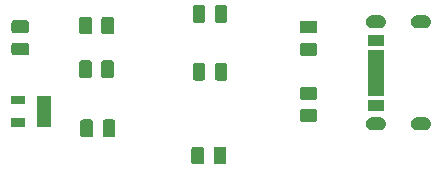
<source format=gbr>
G04 #@! TF.GenerationSoftware,KiCad,Pcbnew,(5.1.2-1)-1*
G04 #@! TF.CreationDate,2021-02-06T10:41:02+01:00*
G04 #@! TF.ProjectId,lir2450-charger,6c697232-3435-4302-9d63-686172676572,1.0.0*
G04 #@! TF.SameCoordinates,Original*
G04 #@! TF.FileFunction,Soldermask,Top*
G04 #@! TF.FilePolarity,Negative*
%FSLAX46Y46*%
G04 Gerber Fmt 4.6, Leading zero omitted, Abs format (unit mm)*
G04 Created by KiCad (PCBNEW (5.1.2-1)-1) date 2021-02-06 10:41:02*
%MOMM*%
%LPD*%
G04 APERTURE LIST*
%ADD10C,0.100000*%
G04 APERTURE END LIST*
D10*
G36*
X74371968Y-51253565D02*
G01*
X74410638Y-51265296D01*
X74446277Y-51284346D01*
X74477517Y-51309983D01*
X74503154Y-51341223D01*
X74522204Y-51376862D01*
X74533935Y-51415532D01*
X74538500Y-51461888D01*
X74538500Y-52538112D01*
X74533935Y-52584468D01*
X74522204Y-52623138D01*
X74503154Y-52658777D01*
X74477517Y-52690017D01*
X74446277Y-52715654D01*
X74410638Y-52734704D01*
X74371968Y-52746435D01*
X74325612Y-52751000D01*
X73674388Y-52751000D01*
X73628032Y-52746435D01*
X73589362Y-52734704D01*
X73553723Y-52715654D01*
X73522483Y-52690017D01*
X73496846Y-52658777D01*
X73477796Y-52623138D01*
X73466065Y-52584468D01*
X73461500Y-52538112D01*
X73461500Y-51461888D01*
X73466065Y-51415532D01*
X73477796Y-51376862D01*
X73496846Y-51341223D01*
X73522483Y-51309983D01*
X73553723Y-51284346D01*
X73589362Y-51265296D01*
X73628032Y-51253565D01*
X73674388Y-51249000D01*
X74325612Y-51249000D01*
X74371968Y-51253565D01*
X74371968Y-51253565D01*
G37*
G36*
X72496968Y-51253565D02*
G01*
X72535638Y-51265296D01*
X72571277Y-51284346D01*
X72602517Y-51309983D01*
X72628154Y-51341223D01*
X72647204Y-51376862D01*
X72658935Y-51415532D01*
X72663500Y-51461888D01*
X72663500Y-52538112D01*
X72658935Y-52584468D01*
X72647204Y-52623138D01*
X72628154Y-52658777D01*
X72602517Y-52690017D01*
X72571277Y-52715654D01*
X72535638Y-52734704D01*
X72496968Y-52746435D01*
X72450612Y-52751000D01*
X71799388Y-52751000D01*
X71753032Y-52746435D01*
X71714362Y-52734704D01*
X71678723Y-52715654D01*
X71647483Y-52690017D01*
X71621846Y-52658777D01*
X71602796Y-52623138D01*
X71591065Y-52584468D01*
X71586500Y-52538112D01*
X71586500Y-51461888D01*
X71591065Y-51415532D01*
X71602796Y-51376862D01*
X71621846Y-51341223D01*
X71647483Y-51309983D01*
X71678723Y-51284346D01*
X71714362Y-51265296D01*
X71753032Y-51253565D01*
X71799388Y-51249000D01*
X72450612Y-51249000D01*
X72496968Y-51253565D01*
X72496968Y-51253565D01*
G37*
G36*
X64971968Y-48953565D02*
G01*
X65010638Y-48965296D01*
X65046277Y-48984346D01*
X65077517Y-49009983D01*
X65103154Y-49041223D01*
X65122204Y-49076862D01*
X65133935Y-49115532D01*
X65138500Y-49161888D01*
X65138500Y-50238112D01*
X65133935Y-50284468D01*
X65122204Y-50323138D01*
X65103154Y-50358777D01*
X65077517Y-50390017D01*
X65046277Y-50415654D01*
X65010638Y-50434704D01*
X64971968Y-50446435D01*
X64925612Y-50451000D01*
X64274388Y-50451000D01*
X64228032Y-50446435D01*
X64189362Y-50434704D01*
X64153723Y-50415654D01*
X64122483Y-50390017D01*
X64096846Y-50358777D01*
X64077796Y-50323138D01*
X64066065Y-50284468D01*
X64061500Y-50238112D01*
X64061500Y-49161888D01*
X64066065Y-49115532D01*
X64077796Y-49076862D01*
X64096846Y-49041223D01*
X64122483Y-49009983D01*
X64153723Y-48984346D01*
X64189362Y-48965296D01*
X64228032Y-48953565D01*
X64274388Y-48949000D01*
X64925612Y-48949000D01*
X64971968Y-48953565D01*
X64971968Y-48953565D01*
G37*
G36*
X63096968Y-48953565D02*
G01*
X63135638Y-48965296D01*
X63171277Y-48984346D01*
X63202517Y-49009983D01*
X63228154Y-49041223D01*
X63247204Y-49076862D01*
X63258935Y-49115532D01*
X63263500Y-49161888D01*
X63263500Y-50238112D01*
X63258935Y-50284468D01*
X63247204Y-50323138D01*
X63228154Y-50358777D01*
X63202517Y-50390017D01*
X63171277Y-50415654D01*
X63135638Y-50434704D01*
X63096968Y-50446435D01*
X63050612Y-50451000D01*
X62399388Y-50451000D01*
X62353032Y-50446435D01*
X62314362Y-50434704D01*
X62278723Y-50415654D01*
X62247483Y-50390017D01*
X62221846Y-50358777D01*
X62202796Y-50323138D01*
X62191065Y-50284468D01*
X62186500Y-50238112D01*
X62186500Y-49161888D01*
X62191065Y-49115532D01*
X62202796Y-49076862D01*
X62221846Y-49041223D01*
X62247483Y-49009983D01*
X62278723Y-48984346D01*
X62314362Y-48965296D01*
X62353032Y-48953565D01*
X62399388Y-48949000D01*
X63050612Y-48949000D01*
X63096968Y-48953565D01*
X63096968Y-48953565D01*
G37*
G36*
X87607495Y-48779586D02*
G01*
X87710859Y-48810941D01*
X87806119Y-48861859D01*
X87889616Y-48930383D01*
X87958140Y-49013880D01*
X88009058Y-49109140D01*
X88040413Y-49212504D01*
X88051000Y-49319999D01*
X88051000Y-49320001D01*
X88040413Y-49427496D01*
X88009058Y-49530860D01*
X87958140Y-49626120D01*
X87889616Y-49709617D01*
X87806119Y-49778141D01*
X87710859Y-49829059D01*
X87607495Y-49860414D01*
X87500000Y-49871001D01*
X86900000Y-49871001D01*
X86792505Y-49860414D01*
X86689141Y-49829059D01*
X86593881Y-49778141D01*
X86510384Y-49709617D01*
X86441860Y-49626120D01*
X86390942Y-49530860D01*
X86359587Y-49427496D01*
X86349000Y-49320001D01*
X86349000Y-49319999D01*
X86359587Y-49212504D01*
X86390942Y-49109140D01*
X86441860Y-49013880D01*
X86510384Y-48930383D01*
X86593881Y-48861859D01*
X86689141Y-48810941D01*
X86792505Y-48779586D01*
X86900000Y-48768999D01*
X87500000Y-48768999D01*
X87607495Y-48779586D01*
X87607495Y-48779586D01*
G37*
G36*
X91407495Y-48779586D02*
G01*
X91510859Y-48810941D01*
X91606119Y-48861859D01*
X91689616Y-48930383D01*
X91758140Y-49013880D01*
X91809058Y-49109140D01*
X91840413Y-49212504D01*
X91851000Y-49319999D01*
X91851000Y-49320001D01*
X91840413Y-49427496D01*
X91809058Y-49530860D01*
X91758140Y-49626120D01*
X91689616Y-49709617D01*
X91606119Y-49778141D01*
X91510859Y-49829059D01*
X91407495Y-49860414D01*
X91300000Y-49871001D01*
X90700000Y-49871001D01*
X90592505Y-49860414D01*
X90489141Y-49829059D01*
X90393881Y-49778141D01*
X90310384Y-49709617D01*
X90241860Y-49626120D01*
X90190942Y-49530860D01*
X90159587Y-49427496D01*
X90149000Y-49320001D01*
X90149000Y-49319999D01*
X90159587Y-49212504D01*
X90190942Y-49109140D01*
X90241860Y-49013880D01*
X90310384Y-48930383D01*
X90393881Y-48861859D01*
X90489141Y-48810941D01*
X90592505Y-48779586D01*
X90700000Y-48768999D01*
X91300000Y-48768999D01*
X91407495Y-48779586D01*
X91407495Y-48779586D01*
G37*
G36*
X59681000Y-49576000D02*
G01*
X58519000Y-49576000D01*
X58519000Y-46924000D01*
X59681000Y-46924000D01*
X59681000Y-49576000D01*
X59681000Y-49576000D01*
G37*
G36*
X57481000Y-49576000D02*
G01*
X56319000Y-49576000D01*
X56319000Y-48824000D01*
X57481000Y-48824000D01*
X57481000Y-49576000D01*
X57481000Y-49576000D01*
G37*
G36*
X82084468Y-48066065D02*
G01*
X82123138Y-48077796D01*
X82158777Y-48096846D01*
X82190017Y-48122483D01*
X82215654Y-48153723D01*
X82234704Y-48189362D01*
X82246435Y-48228032D01*
X82251000Y-48274388D01*
X82251000Y-48925612D01*
X82246435Y-48971968D01*
X82234704Y-49010638D01*
X82215654Y-49046277D01*
X82190017Y-49077517D01*
X82158777Y-49103154D01*
X82123138Y-49122204D01*
X82084468Y-49133935D01*
X82038112Y-49138500D01*
X80961888Y-49138500D01*
X80915532Y-49133935D01*
X80876862Y-49122204D01*
X80841223Y-49103154D01*
X80809983Y-49077517D01*
X80784346Y-49046277D01*
X80765296Y-49010638D01*
X80753565Y-48971968D01*
X80749000Y-48925612D01*
X80749000Y-48274388D01*
X80753565Y-48228032D01*
X80765296Y-48189362D01*
X80784346Y-48153723D01*
X80809983Y-48122483D01*
X80841223Y-48096846D01*
X80876862Y-48077796D01*
X80915532Y-48066065D01*
X80961888Y-48061500D01*
X82038112Y-48061500D01*
X82084468Y-48066065D01*
X82084468Y-48066065D01*
G37*
G36*
X87851000Y-48201000D02*
G01*
X86549000Y-48201000D01*
X86549000Y-47299000D01*
X87851000Y-47299000D01*
X87851000Y-48201000D01*
X87851000Y-48201000D01*
G37*
G36*
X57481000Y-47676000D02*
G01*
X56319000Y-47676000D01*
X56319000Y-46924000D01*
X57481000Y-46924000D01*
X57481000Y-47676000D01*
X57481000Y-47676000D01*
G37*
G36*
X82084468Y-46191065D02*
G01*
X82123138Y-46202796D01*
X82158777Y-46221846D01*
X82190017Y-46247483D01*
X82215654Y-46278723D01*
X82234704Y-46314362D01*
X82246435Y-46353032D01*
X82251000Y-46399388D01*
X82251000Y-47050612D01*
X82246435Y-47096968D01*
X82234704Y-47135638D01*
X82215654Y-47171277D01*
X82190017Y-47202517D01*
X82158777Y-47228154D01*
X82123138Y-47247204D01*
X82084468Y-47258935D01*
X82038112Y-47263500D01*
X80961888Y-47263500D01*
X80915532Y-47258935D01*
X80876862Y-47247204D01*
X80841223Y-47228154D01*
X80809983Y-47202517D01*
X80784346Y-47171277D01*
X80765296Y-47135638D01*
X80753565Y-47096968D01*
X80749000Y-47050612D01*
X80749000Y-46399388D01*
X80753565Y-46353032D01*
X80765296Y-46314362D01*
X80784346Y-46278723D01*
X80809983Y-46247483D01*
X80841223Y-46221846D01*
X80876862Y-46202796D01*
X80915532Y-46191065D01*
X80961888Y-46186500D01*
X82038112Y-46186500D01*
X82084468Y-46191065D01*
X82084468Y-46191065D01*
G37*
G36*
X87851000Y-46971000D02*
G01*
X86549000Y-46971000D01*
X86549000Y-43029000D01*
X87851000Y-43029000D01*
X87851000Y-46971000D01*
X87851000Y-46971000D01*
G37*
G36*
X72596968Y-44153565D02*
G01*
X72635638Y-44165296D01*
X72671277Y-44184346D01*
X72702517Y-44209983D01*
X72728154Y-44241223D01*
X72747204Y-44276862D01*
X72758935Y-44315532D01*
X72763500Y-44361888D01*
X72763500Y-45438112D01*
X72758935Y-45484468D01*
X72747204Y-45523138D01*
X72728154Y-45558777D01*
X72702517Y-45590017D01*
X72671277Y-45615654D01*
X72635638Y-45634704D01*
X72596968Y-45646435D01*
X72550612Y-45651000D01*
X71899388Y-45651000D01*
X71853032Y-45646435D01*
X71814362Y-45634704D01*
X71778723Y-45615654D01*
X71747483Y-45590017D01*
X71721846Y-45558777D01*
X71702796Y-45523138D01*
X71691065Y-45484468D01*
X71686500Y-45438112D01*
X71686500Y-44361888D01*
X71691065Y-44315532D01*
X71702796Y-44276862D01*
X71721846Y-44241223D01*
X71747483Y-44209983D01*
X71778723Y-44184346D01*
X71814362Y-44165296D01*
X71853032Y-44153565D01*
X71899388Y-44149000D01*
X72550612Y-44149000D01*
X72596968Y-44153565D01*
X72596968Y-44153565D01*
G37*
G36*
X74471968Y-44153565D02*
G01*
X74510638Y-44165296D01*
X74546277Y-44184346D01*
X74577517Y-44209983D01*
X74603154Y-44241223D01*
X74622204Y-44276862D01*
X74633935Y-44315532D01*
X74638500Y-44361888D01*
X74638500Y-45438112D01*
X74633935Y-45484468D01*
X74622204Y-45523138D01*
X74603154Y-45558777D01*
X74577517Y-45590017D01*
X74546277Y-45615654D01*
X74510638Y-45634704D01*
X74471968Y-45646435D01*
X74425612Y-45651000D01*
X73774388Y-45651000D01*
X73728032Y-45646435D01*
X73689362Y-45634704D01*
X73653723Y-45615654D01*
X73622483Y-45590017D01*
X73596846Y-45558777D01*
X73577796Y-45523138D01*
X73566065Y-45484468D01*
X73561500Y-45438112D01*
X73561500Y-44361888D01*
X73566065Y-44315532D01*
X73577796Y-44276862D01*
X73596846Y-44241223D01*
X73622483Y-44209983D01*
X73653723Y-44184346D01*
X73689362Y-44165296D01*
X73728032Y-44153565D01*
X73774388Y-44149000D01*
X74425612Y-44149000D01*
X74471968Y-44153565D01*
X74471968Y-44153565D01*
G37*
G36*
X64871968Y-43953565D02*
G01*
X64910638Y-43965296D01*
X64946277Y-43984346D01*
X64977517Y-44009983D01*
X65003154Y-44041223D01*
X65022204Y-44076862D01*
X65033935Y-44115532D01*
X65038500Y-44161888D01*
X65038500Y-45238112D01*
X65033935Y-45284468D01*
X65022204Y-45323138D01*
X65003154Y-45358777D01*
X64977517Y-45390017D01*
X64946277Y-45415654D01*
X64910638Y-45434704D01*
X64871968Y-45446435D01*
X64825612Y-45451000D01*
X64174388Y-45451000D01*
X64128032Y-45446435D01*
X64089362Y-45434704D01*
X64053723Y-45415654D01*
X64022483Y-45390017D01*
X63996846Y-45358777D01*
X63977796Y-45323138D01*
X63966065Y-45284468D01*
X63961500Y-45238112D01*
X63961500Y-44161888D01*
X63966065Y-44115532D01*
X63977796Y-44076862D01*
X63996846Y-44041223D01*
X64022483Y-44009983D01*
X64053723Y-43984346D01*
X64089362Y-43965296D01*
X64128032Y-43953565D01*
X64174388Y-43949000D01*
X64825612Y-43949000D01*
X64871968Y-43953565D01*
X64871968Y-43953565D01*
G37*
G36*
X62996968Y-43953565D02*
G01*
X63035638Y-43965296D01*
X63071277Y-43984346D01*
X63102517Y-44009983D01*
X63128154Y-44041223D01*
X63147204Y-44076862D01*
X63158935Y-44115532D01*
X63163500Y-44161888D01*
X63163500Y-45238112D01*
X63158935Y-45284468D01*
X63147204Y-45323138D01*
X63128154Y-45358777D01*
X63102517Y-45390017D01*
X63071277Y-45415654D01*
X63035638Y-45434704D01*
X62996968Y-45446435D01*
X62950612Y-45451000D01*
X62299388Y-45451000D01*
X62253032Y-45446435D01*
X62214362Y-45434704D01*
X62178723Y-45415654D01*
X62147483Y-45390017D01*
X62121846Y-45358777D01*
X62102796Y-45323138D01*
X62091065Y-45284468D01*
X62086500Y-45238112D01*
X62086500Y-44161888D01*
X62091065Y-44115532D01*
X62102796Y-44076862D01*
X62121846Y-44041223D01*
X62147483Y-44009983D01*
X62178723Y-43984346D01*
X62214362Y-43965296D01*
X62253032Y-43953565D01*
X62299388Y-43949000D01*
X62950612Y-43949000D01*
X62996968Y-43953565D01*
X62996968Y-43953565D01*
G37*
G36*
X82084468Y-42466065D02*
G01*
X82123138Y-42477796D01*
X82158777Y-42496846D01*
X82190017Y-42522483D01*
X82215654Y-42553723D01*
X82234704Y-42589362D01*
X82246435Y-42628032D01*
X82251000Y-42674388D01*
X82251000Y-43325612D01*
X82246435Y-43371968D01*
X82234704Y-43410638D01*
X82215654Y-43446277D01*
X82190017Y-43477517D01*
X82158777Y-43503154D01*
X82123138Y-43522204D01*
X82084468Y-43533935D01*
X82038112Y-43538500D01*
X80961888Y-43538500D01*
X80915532Y-43533935D01*
X80876862Y-43522204D01*
X80841223Y-43503154D01*
X80809983Y-43477517D01*
X80784346Y-43446277D01*
X80765296Y-43410638D01*
X80753565Y-43371968D01*
X80749000Y-43325612D01*
X80749000Y-42674388D01*
X80753565Y-42628032D01*
X80765296Y-42589362D01*
X80784346Y-42553723D01*
X80809983Y-42522483D01*
X80841223Y-42496846D01*
X80876862Y-42477796D01*
X80915532Y-42466065D01*
X80961888Y-42461500D01*
X82038112Y-42461500D01*
X82084468Y-42466065D01*
X82084468Y-42466065D01*
G37*
G36*
X57684468Y-42441065D02*
G01*
X57723138Y-42452796D01*
X57758777Y-42471846D01*
X57790017Y-42497483D01*
X57815654Y-42528723D01*
X57834704Y-42564362D01*
X57846435Y-42603032D01*
X57851000Y-42649388D01*
X57851000Y-43300612D01*
X57846435Y-43346968D01*
X57834704Y-43385638D01*
X57815654Y-43421277D01*
X57790017Y-43452517D01*
X57758777Y-43478154D01*
X57723138Y-43497204D01*
X57684468Y-43508935D01*
X57638112Y-43513500D01*
X56561888Y-43513500D01*
X56515532Y-43508935D01*
X56476862Y-43497204D01*
X56441223Y-43478154D01*
X56409983Y-43452517D01*
X56384346Y-43421277D01*
X56365296Y-43385638D01*
X56353565Y-43346968D01*
X56349000Y-43300612D01*
X56349000Y-42649388D01*
X56353565Y-42603032D01*
X56365296Y-42564362D01*
X56384346Y-42528723D01*
X56409983Y-42497483D01*
X56441223Y-42471846D01*
X56476862Y-42452796D01*
X56515532Y-42441065D01*
X56561888Y-42436500D01*
X57638112Y-42436500D01*
X57684468Y-42441065D01*
X57684468Y-42441065D01*
G37*
G36*
X87851000Y-42701000D02*
G01*
X86549000Y-42701000D01*
X86549000Y-41799000D01*
X87851000Y-41799000D01*
X87851000Y-42701000D01*
X87851000Y-42701000D01*
G37*
G36*
X62996968Y-40253565D02*
G01*
X63035638Y-40265296D01*
X63071277Y-40284346D01*
X63102517Y-40309983D01*
X63128154Y-40341223D01*
X63147204Y-40376862D01*
X63158935Y-40415532D01*
X63163500Y-40461888D01*
X63163500Y-41538112D01*
X63158935Y-41584468D01*
X63147204Y-41623138D01*
X63128154Y-41658777D01*
X63102517Y-41690017D01*
X63071277Y-41715654D01*
X63035638Y-41734704D01*
X62996968Y-41746435D01*
X62950612Y-41751000D01*
X62299388Y-41751000D01*
X62253032Y-41746435D01*
X62214362Y-41734704D01*
X62178723Y-41715654D01*
X62147483Y-41690017D01*
X62121846Y-41658777D01*
X62102796Y-41623138D01*
X62091065Y-41584468D01*
X62086500Y-41538112D01*
X62086500Y-40461888D01*
X62091065Y-40415532D01*
X62102796Y-40376862D01*
X62121846Y-40341223D01*
X62147483Y-40309983D01*
X62178723Y-40284346D01*
X62214362Y-40265296D01*
X62253032Y-40253565D01*
X62299388Y-40249000D01*
X62950612Y-40249000D01*
X62996968Y-40253565D01*
X62996968Y-40253565D01*
G37*
G36*
X64871968Y-40253565D02*
G01*
X64910638Y-40265296D01*
X64946277Y-40284346D01*
X64977517Y-40309983D01*
X65003154Y-40341223D01*
X65022204Y-40376862D01*
X65033935Y-40415532D01*
X65038500Y-40461888D01*
X65038500Y-41538112D01*
X65033935Y-41584468D01*
X65022204Y-41623138D01*
X65003154Y-41658777D01*
X64977517Y-41690017D01*
X64946277Y-41715654D01*
X64910638Y-41734704D01*
X64871968Y-41746435D01*
X64825612Y-41751000D01*
X64174388Y-41751000D01*
X64128032Y-41746435D01*
X64089362Y-41734704D01*
X64053723Y-41715654D01*
X64022483Y-41690017D01*
X63996846Y-41658777D01*
X63977796Y-41623138D01*
X63966065Y-41584468D01*
X63961500Y-41538112D01*
X63961500Y-40461888D01*
X63966065Y-40415532D01*
X63977796Y-40376862D01*
X63996846Y-40341223D01*
X64022483Y-40309983D01*
X64053723Y-40284346D01*
X64089362Y-40265296D01*
X64128032Y-40253565D01*
X64174388Y-40249000D01*
X64825612Y-40249000D01*
X64871968Y-40253565D01*
X64871968Y-40253565D01*
G37*
G36*
X82084468Y-40591065D02*
G01*
X82123138Y-40602796D01*
X82158777Y-40621846D01*
X82190017Y-40647483D01*
X82215654Y-40678723D01*
X82234704Y-40714362D01*
X82246435Y-40753032D01*
X82251000Y-40799388D01*
X82251000Y-41450612D01*
X82246435Y-41496968D01*
X82234704Y-41535638D01*
X82215654Y-41571277D01*
X82190017Y-41602517D01*
X82158777Y-41628154D01*
X82123138Y-41647204D01*
X82084468Y-41658935D01*
X82038112Y-41663500D01*
X80961888Y-41663500D01*
X80915532Y-41658935D01*
X80876862Y-41647204D01*
X80841223Y-41628154D01*
X80809983Y-41602517D01*
X80784346Y-41571277D01*
X80765296Y-41535638D01*
X80753565Y-41496968D01*
X80749000Y-41450612D01*
X80749000Y-40799388D01*
X80753565Y-40753032D01*
X80765296Y-40714362D01*
X80784346Y-40678723D01*
X80809983Y-40647483D01*
X80841223Y-40621846D01*
X80876862Y-40602796D01*
X80915532Y-40591065D01*
X80961888Y-40586500D01*
X82038112Y-40586500D01*
X82084468Y-40591065D01*
X82084468Y-40591065D01*
G37*
G36*
X57684468Y-40566065D02*
G01*
X57723138Y-40577796D01*
X57758777Y-40596846D01*
X57790017Y-40622483D01*
X57815654Y-40653723D01*
X57834704Y-40689362D01*
X57846435Y-40728032D01*
X57851000Y-40774388D01*
X57851000Y-41425612D01*
X57846435Y-41471968D01*
X57834704Y-41510638D01*
X57815654Y-41546277D01*
X57790017Y-41577517D01*
X57758777Y-41603154D01*
X57723138Y-41622204D01*
X57684468Y-41633935D01*
X57638112Y-41638500D01*
X56561888Y-41638500D01*
X56515532Y-41633935D01*
X56476862Y-41622204D01*
X56441223Y-41603154D01*
X56409983Y-41577517D01*
X56384346Y-41546277D01*
X56365296Y-41510638D01*
X56353565Y-41471968D01*
X56349000Y-41425612D01*
X56349000Y-40774388D01*
X56353565Y-40728032D01*
X56365296Y-40689362D01*
X56384346Y-40653723D01*
X56409983Y-40622483D01*
X56441223Y-40596846D01*
X56476862Y-40577796D01*
X56515532Y-40566065D01*
X56561888Y-40561500D01*
X57638112Y-40561500D01*
X57684468Y-40566065D01*
X57684468Y-40566065D01*
G37*
G36*
X87607495Y-40139586D02*
G01*
X87710859Y-40170941D01*
X87806119Y-40221859D01*
X87889616Y-40290383D01*
X87958140Y-40373880D01*
X88009058Y-40469140D01*
X88040413Y-40572504D01*
X88051000Y-40679999D01*
X88051000Y-40680001D01*
X88040413Y-40787496D01*
X88009058Y-40890860D01*
X87958140Y-40986120D01*
X87889616Y-41069617D01*
X87806119Y-41138141D01*
X87710859Y-41189059D01*
X87607495Y-41220414D01*
X87500000Y-41231001D01*
X86900000Y-41231001D01*
X86792505Y-41220414D01*
X86689141Y-41189059D01*
X86593881Y-41138141D01*
X86510384Y-41069617D01*
X86441860Y-40986120D01*
X86390942Y-40890860D01*
X86359587Y-40787496D01*
X86349000Y-40680001D01*
X86349000Y-40679999D01*
X86359587Y-40572504D01*
X86390942Y-40469140D01*
X86441860Y-40373880D01*
X86510384Y-40290383D01*
X86593881Y-40221859D01*
X86689141Y-40170941D01*
X86792505Y-40139586D01*
X86900000Y-40128999D01*
X87500000Y-40128999D01*
X87607495Y-40139586D01*
X87607495Y-40139586D01*
G37*
G36*
X91407495Y-40139586D02*
G01*
X91510859Y-40170941D01*
X91606119Y-40221859D01*
X91689616Y-40290383D01*
X91758140Y-40373880D01*
X91809058Y-40469140D01*
X91840413Y-40572504D01*
X91851000Y-40679999D01*
X91851000Y-40680001D01*
X91840413Y-40787496D01*
X91809058Y-40890860D01*
X91758140Y-40986120D01*
X91689616Y-41069617D01*
X91606119Y-41138141D01*
X91510859Y-41189059D01*
X91407495Y-41220414D01*
X91300000Y-41231001D01*
X90700000Y-41231001D01*
X90592505Y-41220414D01*
X90489141Y-41189059D01*
X90393881Y-41138141D01*
X90310384Y-41069617D01*
X90241860Y-40986120D01*
X90190942Y-40890860D01*
X90159587Y-40787496D01*
X90149000Y-40680001D01*
X90149000Y-40679999D01*
X90159587Y-40572504D01*
X90190942Y-40469140D01*
X90241860Y-40373880D01*
X90310384Y-40290383D01*
X90393881Y-40221859D01*
X90489141Y-40170941D01*
X90592505Y-40139586D01*
X90700000Y-40128999D01*
X91300000Y-40128999D01*
X91407495Y-40139586D01*
X91407495Y-40139586D01*
G37*
G36*
X74471968Y-39253565D02*
G01*
X74510638Y-39265296D01*
X74546277Y-39284346D01*
X74577517Y-39309983D01*
X74603154Y-39341223D01*
X74622204Y-39376862D01*
X74633935Y-39415532D01*
X74638500Y-39461888D01*
X74638500Y-40538112D01*
X74633935Y-40584468D01*
X74622204Y-40623138D01*
X74603154Y-40658777D01*
X74577517Y-40690017D01*
X74546277Y-40715654D01*
X74510638Y-40734704D01*
X74471968Y-40746435D01*
X74425612Y-40751000D01*
X73774388Y-40751000D01*
X73728032Y-40746435D01*
X73689362Y-40734704D01*
X73653723Y-40715654D01*
X73622483Y-40690017D01*
X73596846Y-40658777D01*
X73577796Y-40623138D01*
X73566065Y-40584468D01*
X73561500Y-40538112D01*
X73561500Y-39461888D01*
X73566065Y-39415532D01*
X73577796Y-39376862D01*
X73596846Y-39341223D01*
X73622483Y-39309983D01*
X73653723Y-39284346D01*
X73689362Y-39265296D01*
X73728032Y-39253565D01*
X73774388Y-39249000D01*
X74425612Y-39249000D01*
X74471968Y-39253565D01*
X74471968Y-39253565D01*
G37*
G36*
X72596968Y-39253565D02*
G01*
X72635638Y-39265296D01*
X72671277Y-39284346D01*
X72702517Y-39309983D01*
X72728154Y-39341223D01*
X72747204Y-39376862D01*
X72758935Y-39415532D01*
X72763500Y-39461888D01*
X72763500Y-40538112D01*
X72758935Y-40584468D01*
X72747204Y-40623138D01*
X72728154Y-40658777D01*
X72702517Y-40690017D01*
X72671277Y-40715654D01*
X72635638Y-40734704D01*
X72596968Y-40746435D01*
X72550612Y-40751000D01*
X71899388Y-40751000D01*
X71853032Y-40746435D01*
X71814362Y-40734704D01*
X71778723Y-40715654D01*
X71747483Y-40690017D01*
X71721846Y-40658777D01*
X71702796Y-40623138D01*
X71691065Y-40584468D01*
X71686500Y-40538112D01*
X71686500Y-39461888D01*
X71691065Y-39415532D01*
X71702796Y-39376862D01*
X71721846Y-39341223D01*
X71747483Y-39309983D01*
X71778723Y-39284346D01*
X71814362Y-39265296D01*
X71853032Y-39253565D01*
X71899388Y-39249000D01*
X72550612Y-39249000D01*
X72596968Y-39253565D01*
X72596968Y-39253565D01*
G37*
M02*

</source>
